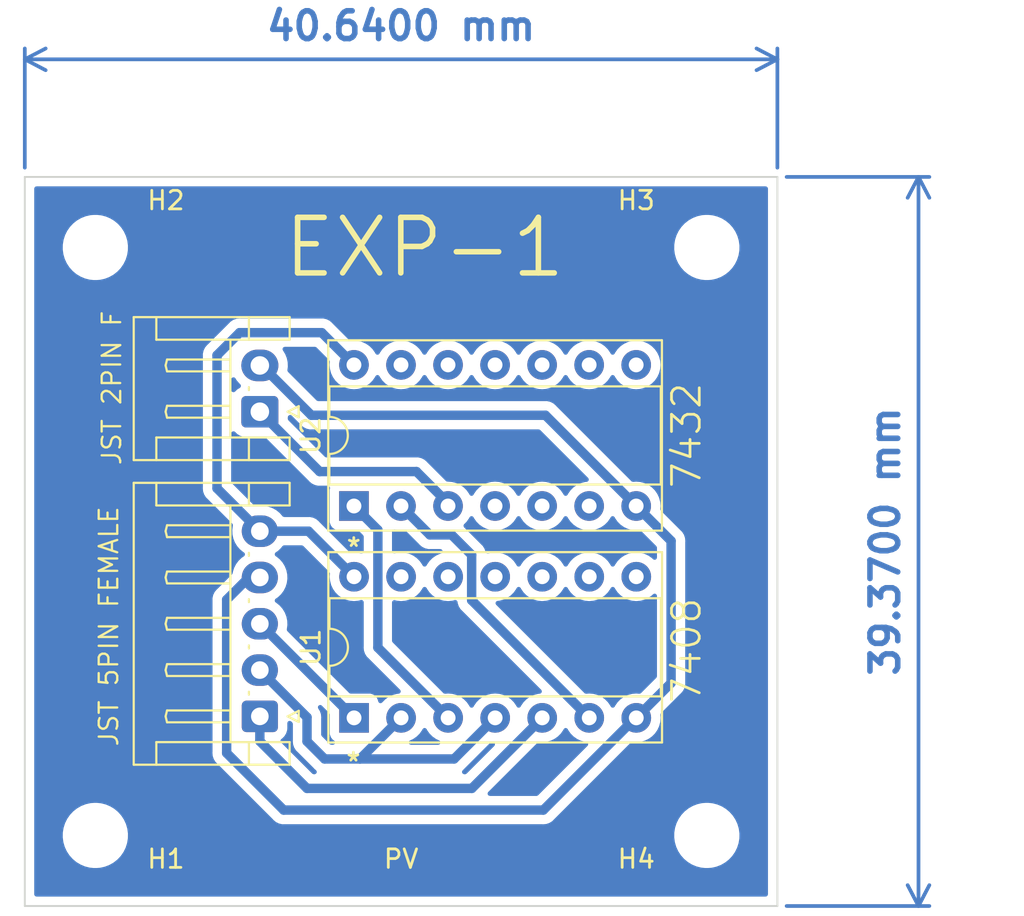
<source format=kicad_pcb>
(kicad_pcb (version 20211014) (generator pcbnew)
  (layers (0 "F.Cu" signal) (31 "B.Cu" signal) (34 "B.Paste" user) (35 "F.Paste" user) (36 "B.SilkS" user "B.Silkscreen") (37 "F.SilkS" user "F.Silkscreen") (38 "B.Mask" user) (39 "F.Mask" user) (44 "Edge.Cuts" user))
  (net 0 "")
  (net 1 "VCC")
  (net 2 "GND")
  (net 3 "Net-(U1-Pad3)")
  (net 4 "IP1")
  (net 5 "IP3")
  (net 6 "Net-(J2-Pad1)")
  (net 7 "IP2")
  (net 8 "Net-(U1-Pad6)")
  (footprint "Package_DIP:DIP-14_W7.62mm_Socket" (layer "F.Cu") (at 128.27 80.01 90)
    (fp_text reference "U1" (at 3.81 -2.33 90) (layer "F.SilkS"))
    (fp_text value "7408" (at 3.64 17.955 90) (layer "F.SilkS") (effects (font (size 1.5 1.5))))
    (fp_line (start 1.16 -1.33) (end 1.16 16.57) (layer "F.SilkS") (width 0.12))
    (fp_line (start 6.46 16.57) (end 6.46 -1.33) (layer "F.SilkS") (width 0.12))
    (fp_line (start -1.33 -1.39) (end -1.33 16.63) (layer "F.SilkS") (width 0.12))
    (fp_line (start 8.95 -1.39) (end -1.33 -1.39) (layer "F.SilkS") (width 0.12))
    (fp_line (start 8.95 16.63) (end 8.95 -1.39) (layer "F.SilkS") (width 0.12))
    (fp_line (start 2.81 -1.33) (end 1.16 -1.33) (layer "F.SilkS") (width 0.12))
    (fp_line (start -1.33 16.63) (end 8.95 16.63) (layer "F.SilkS") (width 0.12))
    (fp_line (start 6.46 -1.33) (end 4.81 -1.33) (layer "F.SilkS") (width 0.12))
    (fp_line (start 1.16 16.57) (end 6.46 16.57) (layer "F.SilkS") (width 0.12))
    (fp_arc (start 4.81 -1.33) (mid 3.81 -0.33) (end 2.81 -1.33) (layer "F.SilkS") (width 0.12))
    (pad "1" thru_hole rect (at 0 0 90) (size 1.6 1.6) (drill 0.8) (layers *.Cu *.Mask) (net 4 "IP1"))
    (pad "2" thru_hole oval (at 0 2.54 90) (size 1.6 1.6) (drill 0.8) (layers *.Cu *.Mask) (net 7 "IP2"))
    (pad "3" thru_hole oval (at 0 5.08 90) (size 1.6 1.6) (drill 0.8) (layers *.Cu *.Mask) (net 3 "Net-(U1-Pad3)"))
    (pad "4" thru_hole oval (at 0 7.62 90) (size 1.6 1.6) (drill 0.8) (layers *.Cu *.Mask) (net 7 "IP2"))
    (pad "5" thru_hole oval (at 0 10.16 90) (size 1.6 1.6) (drill 0.8) (layers *.Cu *.Mask) (net 5 "IP3"))
    (pad "6" thru_hole oval (at 0 12.7 90) (size 1.6 1.6) (drill 0.8) (layers *.Cu *.Mask) (net 8 "Net-(U1-Pad6)"))
    (pad "7" thru_hole oval (at 0 15.24 90) (size 1.6 1.6) (drill 0.8) (layers *.Cu *.Mask) (net 2 "GND"))
    (pad "8" thru_hole oval (at 7.62 15.24 90) (size 1.6 1.6) (drill 0.8) (layers *.Cu *.Mask))
    (pad "9" thru_hole oval (at 7.62 12.7 90) (size 1.6 1.6) (drill 0.8) (layers *.Cu *.Mask))
    (pad "10" thru_hole oval (at 7.62 10.16 90) (size 1.6 1.6) (drill 0.8) (layers *.Cu *.Mask))
    (pad "11" thru_hole oval (at 7.62 7.62 90) (size 1.6 1.6) (drill 0.8) (layers *.Cu *.Mask))
    (pad "12" thru_hole oval (at 7.62 5.08 90) (size 1.6 1.6) (drill 0.8) (layers *.Cu *.Mask))
    (pad "13" thru_hole oval (at 7.62 2.54 90) (size 1.6 1.6) (drill 0.8) (layers *.Cu *.Mask))
    (pad "14" thru_hole oval (at 7.62 0 90) (size 1.6 1.6) (drill 0.8) (layers *.Cu *.Mask) (net 1 "VCC"))
  )
  (footprint "MountingHole:MountingHole_2.5mm" (layer "F.Cu") (at 114.3 54.61)
    (fp_text reference "H2" (at 3.81 -2.54) (layer "F.SilkS"))
    (fp_text value "MountingHole")
    (pad "" np_thru_hole circle (at 0 0) (size 2.5 2.5) (drill 2.5) (layers *.Cu *.Mask))
  )
  (footprint "MountingHole:MountingHole_2.5mm" (layer "F.Cu") (at 147.32 54.61)
    (fp_text reference "H3" (at -3.81 -2.54) (layer "F.SilkS"))
    (fp_text value "MountingHole")
    (pad "" np_thru_hole circle (at 0 0) (size 2.5 2.5) (drill 2.5) (layers *.Cu *.Mask))
  )
  (footprint "MountingHole:MountingHole_2.5mm" (layer "F.Cu") (at 114.3 86.36)
    (fp_text reference "H1" (at 3.81 1.27) (layer "F.SilkS"))
    (fp_text value "MountingHole")
    (pad "" np_thru_hole circle (at 0 0) (size 2.5 2.5) (drill 2.5) (layers *.Cu *.Mask))
  )
  (footprint "Connector_JST:JST_EH_S5B-EH_1x05_P2.50mm_Horizontal" (layer "F.Cu") (at 123.1825 79.93 90)
    (fp_text reference "J1" hide)
    (fp_text value "Conn_01x05_Female")
    (fp_line (start 2.5 -1.59) (end 2.18 -1.59) (layer "F.SilkS") (width 0.12))
    (fp_line (start -2.61 1.61) (end -2.61 -6.81) (layer "F.SilkS") (width 0.12))
    (fp_line (start -2.61 -6.81) (end 12.61 -6.81) (layer "F.SilkS") (width 0.12))
    (fp_line (start 6.17 -0.59) (end 6.33 -0.59) (layer "F.SilkS") (width 0.12))
    (fp_line (start 2.82 -1.59) (end 2.5 -1.59) (layer "F.SilkS") (width 0.12))
    (fp_line (start 0.3 2.1) (end 0 1.5) (layer "F.SilkS") (width 0.12))
    (fp_line (start 7.5 -5.09) (end 7.82 -5.01) (layer "F.SilkS") (width 0.12))
    (fp_line (start 7.5 -1.59) (end 7.18 -1.59) (layer "F.SilkS") (width 0.12))
    (fp_line (start 0.32 -5.01) (end 0.32 -1.59) (layer "F.SilkS") (width 0.12))
    (fp_line (start 0 -5.09) (end 0.32 -5.01) (layer "F.SilkS") (width 0.12))
    (fp_line (start 12.61 -5.59) (end 11.39 -5.59) (layer "F.SilkS") (width 0.12))
    (fp_line (start 7.82 -1.59) (end 7.5 -1.59) (layer "F.SilkS") (width 0.12))
    (fp_line (start -1.39 -5.59) (end -1.39 -0.59) (layer "F.SilkS") (width 0.12))
    (fp_line (start -1.39 1.61) (end -2.61 1.61) (layer "F.SilkS") (width 0.12))
    (fp_line (start 12.61 1.61) (end 11.39 1.61) (layer "F.SilkS") (width 0.12))
    (fp_line (start 10 -5.09) (end 10.32 -5.01) (layer "F.SilkS") (width 0.12))
    (fp_line (start 0 -1.59) (end -0.32 -1.59) (layer "F.SilkS") (width 0.12))
    (fp_line (start 7.18 -1.59) (end 7.18 -5.01) (layer "F.SilkS") (width 0.12))
    (fp_line (start 11.39 1.61) (end 11.39 -0.59) (layer "F.SilkS") (width 0.12))
    (fp_line (start -0.32 -1.59) (end -0.32 -5.01) (layer "F.SilkS") (width 0.12))
    (fp_line (start 8.67 -0.59) (end 8.83 -0.59) (layer "F.SilkS") (width 0.12))
    (fp_line (start 0.32 -1.59) (end 0 -1.59) (layer "F.SilkS") (width 0.12))
    (fp_line (start 12.61 -6.81) (end 12.61 1.61) (layer "F.SilkS") (width 0.12))
    (fp_line (start 5.32 -5.01) (end 5.32 -1.59) (layer "F.SilkS") (width 0.12))
    (fp_line (start 2.82 -5.01) (end 2.82 -1.59) (layer "F.SilkS") (width 0.12))
    (fp_line (start 10.32 -5.01) (end 10.32 -1.59) (layer "F.SilkS") (width 0.12))
    (fp_line (start 4.68 -1.59) (end 4.68 -5.01) (layer "F.SilkS") (width 0.12))
    (fp_line (start 7.82 -5.01) (end 7.82 -1.59) (layer "F.SilkS") (width 0.12))
    (fp_line (start 11.39 -0.59) (end 12.61 -0.59) (layer "F.SilkS") (width 0.12))
    (fp_line (start 0 1.5) (end -0.3 2.1) (layer "F.SilkS") (width 0.12))
    (fp_line (start 7.18 -5.01) (end 7.5 -5.09) (layer "F.SilkS") (width 0.12))
    (fp_line (start 2.18 -5.01) (end 2.5 -5.09) (layer "F.SilkS") (width 0.12))
    (fp_line (start 4.68 -5.01) (end 5 -5.09) (layer "F.SilkS") (width 0.12))
    (fp_line (start 5 -5.09) (end 5.32 -5.01) (layer "F.SilkS") (width 0.12))
    (fp_line (start 11.39 -5.59) (end 11.39 -0.59) (layer "F.SilkS") (width 0.12))
    (fp_line (start -1.39 -1.59) (end 11.39 -1.59) (layer "F.SilkS") (width 0.12))
    (fp_line (start 3.67 -0.59) (end 3.83 -0.59) (layer "F.SilkS") (width 0.12))
    (fp_line (start 10.32 -1.59) (end 10 -1.59) (layer "F.SilkS") (width 0.12))
    (fp_line (start 2.5 -5.09) (end 2.82 -5.01) (layer "F.SilkS") (width 0.12))
    (fp_line (start 5 -1.59) (end 4.68 -1.59) (layer "F.SilkS") (width 0.12))
    (fp_line (start -1.39 -0.59) (end -2.61 -0.59) (layer "F.SilkS") (width 0.12))
    (fp_line (start 9.68 -5.01) (end 10 -5.09) (layer "F.SilkS") (width 0.12))
    (fp_line (start 5.32 -1.59) (end 5 -1.59) (layer "F.SilkS") (width 0.12))
    (fp_line (start -2.61 -5.59) (end -1.39 -5.59) (layer "F.SilkS") (width 0.12))
    (fp_line (start -1.39 -0.59) (end -1.39 1.61) (layer "F.SilkS") (width 0.12))
    (fp_line (start 10 -1.59) (end 9.68 -1.59) (layer "F.SilkS") (width 0.12))
    (fp_line (start -0.3 2.1) (end 0.3 2.1) (layer "F.SilkS") (width 0.12))
    (fp_line (start -0.32 -5.01) (end 0 -5.09) (layer "F.SilkS") (width 0.12))
    (fp_line (start 2.18 -1.59) (end 2.18 -5.01) (layer "F.SilkS") (width 0.12))
    (fp_line (start 9.68 -1.59) (end 9.68 -5.01) (layer "F.SilkS") (width 0.12))
    (fp_line (start 1.17 -0.59) (end 1.33 -0.59) (layer "F.SilkS") (width 0.12))
    (pad "1" thru_hole roundrect (at 0 0 90) (size 1.7 1.95) (drill 0.95) (layers *.Cu *.Mask) (roundrect_rratio 0.1470588235) (net 5 "IP3"))
    (pad "2" thru_hole oval (at 2.5 0 90) (size 1.7 1.95) (drill 0.95) (layers *.Cu *.Mask) (net 7 "IP2"))
    (pad "3" thru_hole oval (at 5 0 90) (size 1.7 1.95) (drill 0.95) (layers *.Cu *.Mask) (net 4 "IP1"))
    (pad "4" thru_hole oval (at 7.5 0 90) (size 1.7 1.95) (drill 0.95) (layers *.Cu *.Mask) (net 2 "GND"))
    (pad "5" thru_hole oval (at 10 0 90) (size 1.7 1.95) (drill 0.95) (layers *.Cu *.Mask) (net 1 "VCC"))
  )
  (footprint "MountingHole:MountingHole_2.5mm" (layer "F.Cu") (at 147.32 86.36)
    (fp_text reference "H4" (at -3.81 1.27) (layer "F.SilkS"))
    (fp_text value "MountingHole")
    (pad "" np_thru_hole circle (at 0 0) (size 2.5 2.5) (drill 2.5) (layers *.Cu *.Mask))
  )
  (footprint "Connector_JST:JST_EH_S2B-EH_1x02_P2.50mm_Horizontal" (layer "F.Cu") (at 123.1825 63.48 90)
    (fp_text reference "J2" hide)
    (fp_text value "Conn_01x02_Female")
    (fp_line (start -0.32 -1.59) (end -0.32 -5.01) (layer "F.SilkS") (width 0.12))
    (fp_line (start 5.11 -6.81) (end 5.11 1.61) (layer "F.SilkS") (width 0.12))
    (fp_line (start -0.3 2.1) (end 0.3 2.1) (layer "F.SilkS") (width 0.12))
    (fp_line (start 0 -5.09) (end 0.32 -5.01) (layer "F.SilkS") (width 0.12))
    (fp_line (start 2.18 -5.01) (end 2.5 -5.09) (layer "F.SilkS") (width 0.12))
    (fp_line (start -0.32 -5.01) (end 0 -5.09) (layer "F.SilkS") (width 0.12))
    (fp_line (start 0 1.5) (end -0.3 2.1) (layer "F.SilkS") (width 0.12))
    (fp_line (start 2.18 -1.59) (end 2.18 -5.01) (layer "F.SilkS") (width 0.12))
    (fp_line (start -1.39 -1.59) (end 3.89 -1.59) (layer "F.SilkS") (width 0.12))
    (fp_line (start 3.89 -0.59) (end 5.11 -0.59) (layer "F.SilkS") (width 0.12))
    (fp_line (start 0.32 -1.59) (end 0 -1.59) (layer "F.SilkS") (width 0.12))
    (fp_line (start 2.82 -5.01) (end 2.82 -1.59) (layer "F.SilkS") (width 0.12))
    (fp_line (start 5.11 -5.59) (end 3.89 -5.59) (layer "F.SilkS") (width 0.12))
    (fp_line (start -1.39 1.61) (end -2.61 1.61) (layer "F.SilkS") (width 0.12))
    (fp_line (start -2.61 1.61) (end -2.61 -6.81) (layer "F.SilkS") (width 0.12))
    (fp_line (start 0 -1.59) (end -0.32 -1.59) (layer "F.SilkS") (width 0.12))
    (fp_line (start 2.5 -5.09) (end 2.82 -5.01) (layer "F.SilkS") (width 0.12))
    (fp_line (start -2.61 -6.81) (end 5.11 -6.81) (layer "F.SilkS") (width 0.12))
    (fp_line (start 0.3 2.1) (end 0 1.5) (layer "F.SilkS") (width 0.12))
    (fp_line (start 2.5 -1.59) (end 2.18 -1.59) (layer "F.SilkS") (width 0.12))
    (fp_line (start 3.89 -5.59) (end 3.89 -0.59) (layer "F.SilkS") (width 0.12))
    (fp_line (start -1.39 -5.59) (end -1.39 -0.59) (layer "F.SilkS") (width 0.12))
    (fp_line (start 1.17 -0.59) (end 1.33 -0.59) (layer "F.SilkS") (width 0.12))
    (fp_line (start 5.11 1.61) (end 3.89 1.61) (layer "F.SilkS") (width 0.12))
    (fp_line (start 0.32 -5.01) (end 0.32 -1.59) (layer "F.SilkS") (width 0.12))
    (fp_line (start 2.82 -1.59) (end 2.5 -1.59) (layer "F.SilkS") (width 0.12))
    (fp_line (start -1.39 -0.59) (end -1.39 1.61) (layer "F.SilkS") (width 0.12))
    (fp_line (start -2.61 -5.59) (end -1.39 -5.59) (layer "F.SilkS") (width 0.12))
    (fp_line (start 3.89 1.61) (end 3.89 -0.59) (layer "F.SilkS") (width 0.12))
    (fp_line (start -1.39 -0.59) (end -2.61 -0.59) (layer "F.SilkS") (width 0.12))
    (pad "1" thru_hole roundrect (at 0 0 90) (size 1.7 2) (drill 1) (layers *.Cu *.Mask) (roundrect_rratio 0.1470588235) (net 6 "Net-(J2-Pad1)"))
    (pad "2" thru_hole oval (at 2.5 0 90) (size 1.7 2) (drill 1) (layers *.Cu *.Mask) (net 2 "GND"))
  )
  (footprint "Package_DIP:DIP-14_W7.62mm_Socket" (layer "F.Cu") (at 128.265 68.57 90)
    (fp_text reference "U2" (at 3.81 -2.33 90) (layer "F.SilkS"))
    (fp_text value "7432" (at 3.81 17.96 90) (layer "F.SilkS") (effects (font (size 1.5 1.5))))
    (fp_line (start 1.16 -1.33) (end 1.16 16.57) (layer "F.SilkS") (width 0.12))
    (fp_line (start 6.46 -1.33) (end 4.81 -1.33) (layer "F.SilkS") (width 0.12))
    (fp_line (start 2.81 -1.33) (end 1.16 -1.33) (layer "F.SilkS") (width 0.12))
    (fp_line (start 8.95 16.63) (end 8.95 -1.39) (layer "F.SilkS") (width 0.12))
    (fp_line (start 8.95 -1.39) (end -1.33 -1.39) (layer "F.SilkS") (width 0.12))
    (fp_line (start 1.16 16.57) (end 6.46 16.57) (layer "F.SilkS") (width 0.12))
    (fp_line (start 6.46 16.57) (end 6.46 -1.33) (layer "F.SilkS") (width 0.12))
    (fp_line (start -1.33 16.63) (end 8.95 16.63) (layer "F.SilkS") (width 0.12))
    (fp_line (start -1.33 -1.39) (end -1.33 16.63) (layer "F.SilkS") (width 0.12))
    (fp_arc (start 4.81 -1.33) (mid 3.81 -0.33) (end 2.81 -1.33) (layer "F.SilkS") (width 0.12))
    (pad "1" thru_hole rect (at 0 0 90) (size 1.6 1.6) (drill 0.8) (layers *.Cu *.Mask) (net 3 "Net-(U1-Pad3)"))
    (pad "2" thru_hole oval (at 0 2.54 90) (size 1.6 1.6) (drill 0.8) (layers *.Cu *.Mask) (net 8 "Net-(U1-Pad6)"))
    (pad "3" thru_hole oval (at 0 5.08 90) (size 1.6 1.6) (drill 0.8) (layers *.Cu *.Mask) (net 6 "Net-(J2-Pad1)"))
    (pad "4" thru_hole oval (at 0 7.62 90) (size 1.6 1.6) (drill 0.8) (layers *.Cu *.Mask))
    (pad "5" thru_hole oval (at 0 10.16 90) (size 1.6 1.6) (drill 0.8) (layers *.Cu *.Mask))
    (pad "6" thru_hole oval (at 0 12.7 90) (size 1.6 1.6) (drill 0.8) (layers *.Cu *.Mask))
    (pad "7" thru_hole oval (at 0 15.24 90) (size 1.6 1.6) (drill 0.8) (layers *.Cu *.Mask) (net 2 "GND"))
    (pad "8" thru_hole oval (at 7.62 15.24 90) (size 1.6 1.6) (drill 0.8) (layers *.Cu *.Mask))
    (pad "9" thru_hole oval (at 7.62 12.7 90) (size 1.6 1.6) (drill 0.8) (layers *.Cu *.Mask))
    (pad "10" thru_hole oval (at 7.62 10.16 90) (size 1.6 1.6) (drill 0.8) (layers *.Cu *.Mask))
    (pad "11" thru_hole oval (at 7.62 7.62 90) (size 1.6 1.6) (drill 0.8) (layers *.Cu *.Mask))
    (pad "12" thru_hole oval (at 7.62 5.08 90) (size 1.6 1.6) (drill 0.8) (layers *.Cu *.Mask))
    (pad "13" thru_hole oval (at 7.62 2.54 90) (size 1.6 1.6) (drill 0.8) (layers *.Cu *.Mask))
    (pad "14" thru_hole oval (at 7.62 0 90) (size 1.6 1.6) (drill 0.8) (layers *.Cu *.Mask) (net 1 "VCC"))
  )
  (gr_line (start 151.13 50.8) (end 151.13 90.17) (layer "Edge.Cuts") (width 0.1))
  (gr_line (start 110.49 90.17) (end 110.49 50.8) (layer "Edge.Cuts") (width 0.1))
  (gr_line (start 151.13 90.17) (end 110.49 90.17) (layer "Edge.Cuts") (width 0.1))
  (gr_line (start 110.49 50.8) (end 151.13 50.8) (layer "Edge.Cuts") (width 0.1))
  (gr_text "JST 2PIN F" (at 115.185 62.19 90) (layer "F.SilkS") (effects (font (size 1 1) (thickness 0.125))))
  (gr_text "PV" (at 130.81 87.63) (layer "F.SilkS") (effects (font (size 1 1))))
  (gr_text "*" (at 128.235 82.41) (layer "F.SilkS") (effects (font (size 1 1))))
  (gr_text "EXP-1" (at 132.08 54.61) (layer "F.SilkS") (effects (font (size 3 3) (thickness 0.3))))
  (gr_text "JST 5PIN FEMALE" (at 115.025 75.07 90) (layer "F.SilkS") (effects (font (size 1 1) (thickness 0.125))))
  (gr_text "*" (at 128.255 70.82) (layer "F.SilkS") (effects (font (size 1 1))))
  (dimension (type aligned) (layer "B.Cu") (pts (xy 110.49 50.8) (xy 151.13 50.8)) (height -6.35) (gr_text "40.6400 mm" (at 130.81 42.65) (layer "B.Cu") (effects (font (size 1.5 1.5) (thickness 0.3)))) (format (units 3) (units_format 1) (precision 4)) (style (thickness 0.2) (arrow_length 1.27) (text_position_mode 0) (extension_height 0.58642) (extension_offset 0.5) keep_text_aligned))
  (dimension (type aligned) (layer "B.Cu") (pts (xy 151.13 90.17) (xy 151.13 50.8)) (height 7.62) (gr_text "39.3700 mm" (at 156.95 70.485 90) (layer "B.Cu") (effects (font (size 1.5 1.5) (thickness 0.3)))) (format (units 3) (units_format 1) (precision 4)) (style (thickness 0.2) (arrow_length 1.27) (text_position_mode 0) (extension_height 0.58642) (extension_offset 0.5) keep_text_aligned))
  (segment (start 120.87 60.43) (end 122.09 59.21) (width 0.508) (layer "B.Cu") (net 1))
  (segment (start 126.525 59.21) (end 128.265 60.95) (width 0.508) (layer "B.Cu") (net 1))
  (segment (start 122.09 59.21) (end 126.525 59.21) (width 0.508) (layer "B.Cu") (net 1))
  (segment (start 125.81 69.93) (end 128.27 72.39) (width 0.508) (layer "B.Cu") (net 1))
  (segment (start 123.1825 69.93) (end 120.87 67.6175) (width 0.508) (layer "B.Cu") (net 1))
  (segment (start 123.1825 69.93) (end 125.81 69.93) (width 0.508) (layer "B.Cu") (net 1))
  (segment (start 120.87 67.6175) (end 120.87 60.43) (width 0.508) (layer "B.Cu") (net 1))
  (segment (start 143.47 80.01) (end 143.51 80.01) (width 0.508) (layer "B.Cu") (net 2))
  (segment (start 123.1825 72.43) (end 122.59 72.43) (width 0.508) (layer "B.Cu") (net 2))
  (segment (start 145.39 78.13) (end 143.51 80.01) (width 0.508) (layer "B.Cu") (net 2))
  (segment (start 138.49 84.99) (end 143.47 80.01) (width 0.508) (layer "B.Cu") (net 2))
  (segment (start 123.275 60.98) (end 123.1825 60.98) (width 0.508) (layer "B.Cu") (net 2))
  (segment (start 145.39 70.455) (end 145.39 78.13) (width 0.508) (layer "B.Cu") (net 2))
  (segment (start 143.505 68.57) (end 138.605 63.67) (width 0.508) (layer "B.Cu") (net 2))
  (segment (start 122.59 72.43) (end 121.39 73.63) (width 0.508) (layer "B.Cu") (net 2))
  (segment (start 138.605 63.67) (end 125.965 63.67) (width 0.508) (layer "B.Cu") (net 2))
  (segment (start 143.505 68.57) (end 145.39 70.455) (width 0.508) (layer "B.Cu") (net 2))
  (segment (start 124.47 84.99) (end 138.49 84.99) (width 0.508) (layer "B.Cu") (net 2))
  (segment (start 121.39 81.91) (end 124.47 84.99) (width 0.508) (layer "B.Cu") (net 2))
  (segment (start 121.39 73.63) (end 121.39 81.91) (width 0.508) (layer "B.Cu") (net 2))
  (segment (start 125.965 63.67) (end 123.275 60.98) (width 0.508) (layer "B.Cu") (net 2))
  (segment (start 129.556 76.216) (end 129.556 69.861) (width 0.508) (layer "B.Cu") (net 3))
  (segment (start 129.556 69.861) (end 128.265 68.57) (width 0.508) (layer "B.Cu") (net 3))
  (segment (start 133.35 80.01) (end 129.556 76.216) (width 0.508) (layer "B.Cu") (net 3))
  (segment (start 123.1825 74.93) (end 123.19 74.93) (width 0.508) (layer "B.Cu") (net 4))
  (segment (start 123.19 74.93) (end 128.27 80.01) (width 0.508) (layer "B.Cu") (net 4))
  (segment (start 134.63 83.82) (end 138.43 80.02) (width 0.508) (layer "B.Cu") (net 5))
  (segment (start 125.73 83.82) (end 134.63 83.82) (width 0.508) (layer "B.Cu") (net 5))
  (segment (start 123.1825 81.2725) (end 125.73 83.82) (width 0.508) (layer "B.Cu") (net 5))
  (segment (start 123.1825 79.93) (end 123.1825 81.2725) (width 0.508) (layer "B.Cu") (net 5))
  (segment (start 138.43 80.02) (end 138.43 80.01) (width 0.508) (layer "B.Cu") (net 5))
  (segment (start 123.1825 63.4825) (end 126.41 66.71) (width 0.508) (layer "B.Cu") (net 6))
  (segment (start 131.64 66.71) (end 133.345 68.415) (width 0.508) (layer "B.Cu") (net 6))
  (segment (start 123.1825 63.48) (end 123.1825 63.4825) (width 0.508) (layer "B.Cu") (net 6))
  (segment (start 126.41 66.71) (end 131.64 66.71) (width 0.508) (layer "B.Cu") (net 6))
  (segment (start 133.345 68.415) (end 133.345 68.57) (width 0.508) (layer "B.Cu") (net 6))
  (segment (start 125.73 81.28) (end 126.68 82.23) (width 0.508) (layer "B.Cu") (net 7))
  (segment (start 128.59 82.23) (end 133.67 82.23) (width 0.508) (layer "B.Cu") (net 7))
  (segment (start 128.59 82.23) (end 130.81 80.01) (width 0.508) (layer "B.Cu") (net 7))
  (segment (start 133.67 82.23) (end 135.89 80.01) (width 0.508) (layer "B.Cu") (net 7))
  (segment (start 123.1825 77.43) (end 125.73 79.9775) (width 0.508) (layer "B.Cu") (net 7))
  (segment (start 126.68 82.23) (end 128.59 82.23) (width 0.508) (layer "B.Cu") (net 7))
  (segment (start 125.73 79.9775) (end 125.73 81.28) (width 0.508) (layer "B.Cu") (net 7))
  (segment (start 132.365 70.13) (end 130.805 68.57) (width 0.508) (layer "B.Cu") (net 8))
  (segment (start 134.62 71.21) (end 133.54 70.13) (width 0.508) (layer "B.Cu") (net 8))
  (segment (start 133.54 70.13) (end 132.365 70.13) (width 0.508) (layer "B.Cu") (net 8))
  (segment (start 134.62 73.66) (end 134.62 71.21) (width 0.508) (layer "B.Cu") (net 8))
  (segment (start 140.97 80.01) (end 134.62 73.66) (width 0.508) (layer "B.Cu") (net 8))
  (zone (net 0) (net_name "") (layer "B.Cu") (connect_pads (clearance 0.508)) (min_thickness 0.254) (fill yes (thermal_gap 0.508) (thermal_bridge_width 0.508))
    (polygon (pts (xy 151.13 90.17) (xy 110.49 90.17) (xy 110.49 50.8) (xy 151.13 50.8)))
  )
)
</source>
